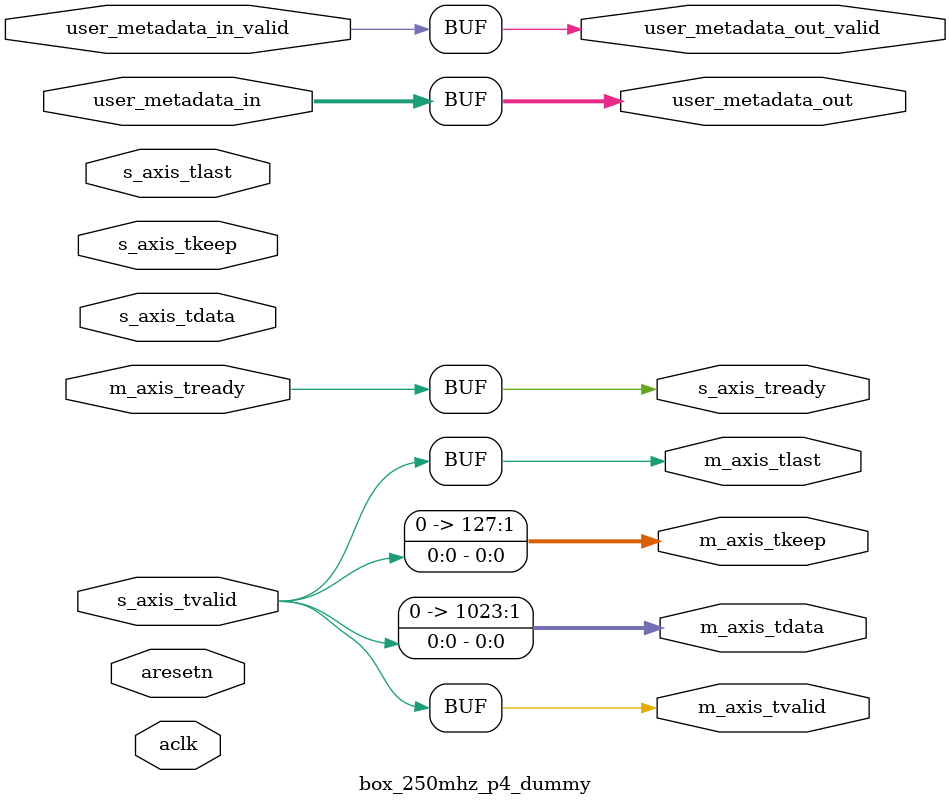
<source format=v>
`timescale 1ns/1ps

module box_250mhz_p4_dummy #(
    parameter TDATA_W         = 1024,
    parameter USERMETA_W      = 1024+64
) (
    input                       s_axis_tvalid,
    input         [TDATA_W-1:0] s_axis_tdata,
    input       [TDATA_W/8-1:0] s_axis_tkeep,
    input                       s_axis_tlast,
    output                      s_axis_tready,

    output                      m_axis_tvalid,
    output        [TDATA_W-1:0] m_axis_tdata,
    output      [TDATA_W/8-1:0] m_axis_tkeep,
    output                      m_axis_tlast,
    input                       m_axis_tready,

    input      [USERMETA_W-1:0] user_metadata_in,
    input                       user_metadata_in_valid,

    output     [USERMETA_W-1:0] user_metadata_out,
    output                      user_metadata_out_valid,

    input                       aclk,
    input                       aresetn
);

    assign m_axis_tvalid = s_axis_tvalid;
    assign m_axis_tdata  = s_axis_tvalid;
    assign m_axis_tkeep  = s_axis_tvalid;
    assign m_axis_tlast  = s_axis_tvalid;

    assign s_axis_tready = m_axis_tready;

    assign user_metadata_out = user_metadata_in;
    assign user_metadata_out_valid = user_metadata_in_valid;

endmodule




</source>
